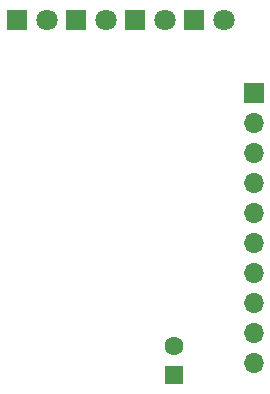
<source format=gbs>
%TF.GenerationSoftware,KiCad,Pcbnew,7.0.10*%
%TF.CreationDate,2024-03-15T22:51:05-04:00*%
%TF.ProjectId,DW1000 BU-01,44573130-3030-4204-9255-2d30312e6b69,rev?*%
%TF.SameCoordinates,Original*%
%TF.FileFunction,Soldermask,Bot*%
%TF.FilePolarity,Negative*%
%FSLAX46Y46*%
G04 Gerber Fmt 4.6, Leading zero omitted, Abs format (unit mm)*
G04 Created by KiCad (PCBNEW 7.0.10) date 2024-03-15 22:51:05*
%MOMM*%
%LPD*%
G01*
G04 APERTURE LIST*
%ADD10R,1.800000X1.800000*%
%ADD11C,1.800000*%
%ADD12R,1.700000X1.700000*%
%ADD13O,1.700000X1.700000*%
%ADD14R,1.600000X1.600000*%
%ADD15C,1.600000*%
G04 APERTURE END LIST*
D10*
%TO.C,D4*%
X16475000Y-3000000D03*
D11*
X19015000Y-3000000D03*
%TD*%
D10*
%TO.C,D3*%
X11475000Y-3000000D03*
D11*
X14015000Y-3000000D03*
%TD*%
D12*
%TO.C,J1*%
X21500000Y-9210000D03*
D13*
X21500000Y-11750000D03*
X21500000Y-14290000D03*
X21500000Y-16830000D03*
X21500000Y-19370000D03*
X21500000Y-21910000D03*
X21500000Y-24450000D03*
X21500000Y-26990000D03*
X21500000Y-29530000D03*
X21500000Y-32070000D03*
%TD*%
D10*
%TO.C,D1*%
X1475000Y-3000000D03*
D11*
X4015000Y-3000000D03*
%TD*%
D14*
%TO.C,C3*%
X14732000Y-33059380D03*
D15*
X14732000Y-30559380D03*
%TD*%
D10*
%TO.C,D2*%
X6475000Y-3000000D03*
D11*
X9015000Y-3000000D03*
%TD*%
M02*

</source>
